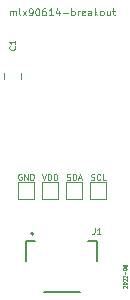
<source format=gbr>
G04 #@! TF.GenerationSoftware,KiCad,Pcbnew,(6.0.7)*
G04 #@! TF.CreationDate,2022-08-12T15:34:28-07:00*
G04 #@! TF.ProjectId,mlx90614-breakout,6d6c7839-3036-4313-942d-627265616b6f,rev?*
G04 #@! TF.SameCoordinates,Original*
G04 #@! TF.FileFunction,Legend,Top*
G04 #@! TF.FilePolarity,Positive*
%FSLAX46Y46*%
G04 Gerber Fmt 4.6, Leading zero omitted, Abs format (unit mm)*
G04 Created by KiCad (PCBNEW (6.0.7)) date 2022-08-12 15:34:28*
%MOMM*%
%LPD*%
G01*
G04 APERTURE LIST*
%ADD10C,0.050000*%
%ADD11C,0.100000*%
%ADD12C,0.075000*%
%ADD13C,0.125000*%
%ADD14C,0.120000*%
%ADD15C,0.203200*%
G04 APERTURE END LIST*
D10*
X116148284Y-82707715D02*
X116133999Y-82693429D01*
X116119713Y-82664858D01*
X116119713Y-82593429D01*
X116133999Y-82564858D01*
X116148284Y-82550572D01*
X116176856Y-82536286D01*
X116205427Y-82536286D01*
X116248284Y-82550572D01*
X116419713Y-82722001D01*
X116419713Y-82536286D01*
X116119713Y-82350572D02*
X116119713Y-82322001D01*
X116133999Y-82293429D01*
X116148284Y-82279143D01*
X116176856Y-82264858D01*
X116233999Y-82250572D01*
X116305427Y-82250572D01*
X116362570Y-82264858D01*
X116391141Y-82279143D01*
X116405427Y-82293429D01*
X116419713Y-82322001D01*
X116419713Y-82350572D01*
X116405427Y-82379143D01*
X116391141Y-82393429D01*
X116362570Y-82407715D01*
X116305427Y-82422001D01*
X116233999Y-82422001D01*
X116176856Y-82407715D01*
X116148284Y-82393429D01*
X116133999Y-82379143D01*
X116119713Y-82350572D01*
X116148284Y-82136286D02*
X116133999Y-82122001D01*
X116119713Y-82093429D01*
X116119713Y-82022001D01*
X116133999Y-81993429D01*
X116148284Y-81979143D01*
X116176856Y-81964858D01*
X116205427Y-81964858D01*
X116248284Y-81979143D01*
X116419713Y-82150572D01*
X116419713Y-81964858D01*
X116148284Y-81850572D02*
X116133999Y-81836286D01*
X116119713Y-81807715D01*
X116119713Y-81736286D01*
X116133999Y-81707715D01*
X116148284Y-81693429D01*
X116176856Y-81679143D01*
X116205427Y-81679143D01*
X116248284Y-81693429D01*
X116419713Y-81864858D01*
X116419713Y-81679143D01*
X116305427Y-81550572D02*
X116305427Y-81322001D01*
X116119713Y-81122001D02*
X116119713Y-81093429D01*
X116133999Y-81064858D01*
X116148284Y-81050572D01*
X116176856Y-81036286D01*
X116233999Y-81022001D01*
X116305427Y-81022001D01*
X116362570Y-81036286D01*
X116391141Y-81050572D01*
X116405427Y-81064858D01*
X116419713Y-81093429D01*
X116419713Y-81122001D01*
X116405427Y-81150572D01*
X116391141Y-81164858D01*
X116362570Y-81179143D01*
X116305427Y-81193429D01*
X116233999Y-81193429D01*
X116176856Y-81179143D01*
X116148284Y-81164858D01*
X116133999Y-81150572D01*
X116119713Y-81122001D01*
X116248284Y-80850572D02*
X116233999Y-80879143D01*
X116219713Y-80893429D01*
X116191141Y-80907715D01*
X116176856Y-80907715D01*
X116148284Y-80893429D01*
X116133999Y-80879143D01*
X116119713Y-80850572D01*
X116119713Y-80793429D01*
X116133999Y-80764858D01*
X116148284Y-80750572D01*
X116176856Y-80736286D01*
X116191141Y-80736286D01*
X116219713Y-80750572D01*
X116233999Y-80764858D01*
X116248284Y-80793429D01*
X116248284Y-80850572D01*
X116262570Y-80879143D01*
X116276856Y-80893429D01*
X116305427Y-80907715D01*
X116362570Y-80907715D01*
X116391141Y-80893429D01*
X116405427Y-80879143D01*
X116419713Y-80850572D01*
X116419713Y-80793429D01*
X116405427Y-80764858D01*
X116391141Y-80750572D01*
X116362570Y-80736286D01*
X116305427Y-80736286D01*
X116276856Y-80750572D01*
X116262570Y-80764858D01*
X116248284Y-80793429D01*
D11*
X106549999Y-59641429D02*
X106549999Y-59241429D01*
X106549999Y-59298572D02*
X106578570Y-59270001D01*
X106635713Y-59241429D01*
X106721427Y-59241429D01*
X106778570Y-59270001D01*
X106807141Y-59327143D01*
X106807141Y-59641429D01*
X106807141Y-59327143D02*
X106835713Y-59270001D01*
X106892856Y-59241429D01*
X106978570Y-59241429D01*
X107035713Y-59270001D01*
X107064284Y-59327143D01*
X107064284Y-59641429D01*
X107435713Y-59641429D02*
X107378570Y-59612858D01*
X107349999Y-59555715D01*
X107349999Y-59041429D01*
X107607141Y-59641429D02*
X107921427Y-59241429D01*
X107607141Y-59241429D02*
X107921427Y-59641429D01*
X108178570Y-59641429D02*
X108292856Y-59641429D01*
X108349999Y-59612858D01*
X108378570Y-59584286D01*
X108435713Y-59498572D01*
X108464284Y-59384286D01*
X108464284Y-59155715D01*
X108435713Y-59098572D01*
X108407141Y-59070001D01*
X108349999Y-59041429D01*
X108235713Y-59041429D01*
X108178570Y-59070001D01*
X108149999Y-59098572D01*
X108121427Y-59155715D01*
X108121427Y-59298572D01*
X108149999Y-59355715D01*
X108178570Y-59384286D01*
X108235713Y-59412858D01*
X108349999Y-59412858D01*
X108407141Y-59384286D01*
X108435713Y-59355715D01*
X108464284Y-59298572D01*
X108835713Y-59041429D02*
X108892856Y-59041429D01*
X108949999Y-59070001D01*
X108978570Y-59098572D01*
X109007141Y-59155715D01*
X109035713Y-59270001D01*
X109035713Y-59412858D01*
X109007141Y-59527143D01*
X108978570Y-59584286D01*
X108949999Y-59612858D01*
X108892856Y-59641429D01*
X108835713Y-59641429D01*
X108778570Y-59612858D01*
X108749999Y-59584286D01*
X108721427Y-59527143D01*
X108692856Y-59412858D01*
X108692856Y-59270001D01*
X108721427Y-59155715D01*
X108749999Y-59098572D01*
X108778570Y-59070001D01*
X108835713Y-59041429D01*
X109549999Y-59041429D02*
X109435713Y-59041429D01*
X109378570Y-59070001D01*
X109349999Y-59098572D01*
X109292856Y-59184286D01*
X109264284Y-59298572D01*
X109264284Y-59527143D01*
X109292856Y-59584286D01*
X109321427Y-59612858D01*
X109378570Y-59641429D01*
X109492856Y-59641429D01*
X109549999Y-59612858D01*
X109578570Y-59584286D01*
X109607141Y-59527143D01*
X109607141Y-59384286D01*
X109578570Y-59327143D01*
X109549999Y-59298572D01*
X109492856Y-59270001D01*
X109378570Y-59270001D01*
X109321427Y-59298572D01*
X109292856Y-59327143D01*
X109264284Y-59384286D01*
X110178570Y-59641429D02*
X109835713Y-59641429D01*
X110007141Y-59641429D02*
X110007141Y-59041429D01*
X109949999Y-59127143D01*
X109892856Y-59184286D01*
X109835713Y-59212858D01*
X110692856Y-59241429D02*
X110692856Y-59641429D01*
X110549999Y-59012858D02*
X110407141Y-59441429D01*
X110778570Y-59441429D01*
X111007141Y-59412858D02*
X111464284Y-59412858D01*
X111749999Y-59641429D02*
X111749999Y-59041429D01*
X111749999Y-59270001D02*
X111807141Y-59241429D01*
X111921427Y-59241429D01*
X111978570Y-59270001D01*
X112007141Y-59298572D01*
X112035713Y-59355715D01*
X112035713Y-59527143D01*
X112007141Y-59584286D01*
X111978570Y-59612858D01*
X111921427Y-59641429D01*
X111807141Y-59641429D01*
X111749999Y-59612858D01*
X112292856Y-59641429D02*
X112292856Y-59241429D01*
X112292856Y-59355715D02*
X112321427Y-59298572D01*
X112349999Y-59270001D01*
X112407141Y-59241429D01*
X112464284Y-59241429D01*
X112892856Y-59612858D02*
X112835713Y-59641429D01*
X112721427Y-59641429D01*
X112664284Y-59612858D01*
X112635713Y-59555715D01*
X112635713Y-59327143D01*
X112664284Y-59270001D01*
X112721427Y-59241429D01*
X112835713Y-59241429D01*
X112892856Y-59270001D01*
X112921427Y-59327143D01*
X112921427Y-59384286D01*
X112635713Y-59441429D01*
X113435713Y-59641429D02*
X113435713Y-59327143D01*
X113407141Y-59270001D01*
X113349999Y-59241429D01*
X113235713Y-59241429D01*
X113178570Y-59270001D01*
X113435713Y-59612858D02*
X113378570Y-59641429D01*
X113235713Y-59641429D01*
X113178570Y-59612858D01*
X113149999Y-59555715D01*
X113149999Y-59498572D01*
X113178570Y-59441429D01*
X113235713Y-59412858D01*
X113378570Y-59412858D01*
X113435713Y-59384286D01*
X113721427Y-59641429D02*
X113721427Y-59041429D01*
X113778570Y-59412858D02*
X113949999Y-59641429D01*
X113949999Y-59241429D02*
X113721427Y-59470001D01*
X114292856Y-59641429D02*
X114235713Y-59612858D01*
X114207141Y-59584286D01*
X114178570Y-59527143D01*
X114178570Y-59355715D01*
X114207141Y-59298572D01*
X114235713Y-59270001D01*
X114292856Y-59241429D01*
X114378570Y-59241429D01*
X114435713Y-59270001D01*
X114464284Y-59298572D01*
X114492856Y-59355715D01*
X114492856Y-59527143D01*
X114464284Y-59584286D01*
X114435713Y-59612858D01*
X114378570Y-59641429D01*
X114292856Y-59641429D01*
X115007141Y-59241429D02*
X115007141Y-59641429D01*
X114749999Y-59241429D02*
X114749999Y-59555715D01*
X114778570Y-59612858D01*
X114835713Y-59641429D01*
X114921427Y-59641429D01*
X114978570Y-59612858D01*
X115007141Y-59584286D01*
X115207141Y-59241429D02*
X115435713Y-59241429D01*
X115292856Y-59041429D02*
X115292856Y-59555715D01*
X115321427Y-59612858D01*
X115378570Y-59641429D01*
X115435713Y-59641429D01*
D12*
X113402760Y-73542381D02*
X113474189Y-73566191D01*
X113593237Y-73566191D01*
X113640856Y-73542381D01*
X113664665Y-73518572D01*
X113688475Y-73470953D01*
X113688475Y-73423334D01*
X113664665Y-73375715D01*
X113640856Y-73351905D01*
X113593237Y-73328096D01*
X113497999Y-73304286D01*
X113450379Y-73280477D01*
X113426570Y-73256667D01*
X113402760Y-73209048D01*
X113402760Y-73161429D01*
X113426570Y-73113810D01*
X113450379Y-73090001D01*
X113497999Y-73066191D01*
X113617046Y-73066191D01*
X113688475Y-73090001D01*
X114188475Y-73518572D02*
X114164665Y-73542381D01*
X114093237Y-73566191D01*
X114045618Y-73566191D01*
X113974189Y-73542381D01*
X113926570Y-73494762D01*
X113902760Y-73447143D01*
X113878951Y-73351905D01*
X113878951Y-73280477D01*
X113902760Y-73185239D01*
X113926570Y-73137620D01*
X113974189Y-73090001D01*
X114045618Y-73066191D01*
X114093237Y-73066191D01*
X114164665Y-73090001D01*
X114188475Y-73113810D01*
X114640856Y-73566191D02*
X114402760Y-73566191D01*
X114402760Y-73066191D01*
X107521046Y-73090001D02*
X107473427Y-73066191D01*
X107401999Y-73066191D01*
X107330570Y-73090001D01*
X107282951Y-73137620D01*
X107259141Y-73185239D01*
X107235332Y-73280477D01*
X107235332Y-73351905D01*
X107259141Y-73447143D01*
X107282951Y-73494762D01*
X107330570Y-73542381D01*
X107401999Y-73566191D01*
X107449618Y-73566191D01*
X107521046Y-73542381D01*
X107544856Y-73518572D01*
X107544856Y-73351905D01*
X107449618Y-73351905D01*
X107759141Y-73566191D02*
X107759141Y-73066191D01*
X108044856Y-73566191D01*
X108044856Y-73066191D01*
X108282951Y-73566191D02*
X108282951Y-73066191D01*
X108401999Y-73066191D01*
X108473427Y-73090001D01*
X108521046Y-73137620D01*
X108544856Y-73185239D01*
X108568665Y-73280477D01*
X108568665Y-73351905D01*
X108544856Y-73447143D01*
X108521046Y-73494762D01*
X108473427Y-73542381D01*
X108401999Y-73566191D01*
X108282951Y-73566191D01*
X113704332Y-77638191D02*
X113704332Y-77995334D01*
X113680522Y-78066762D01*
X113632903Y-78114381D01*
X113561475Y-78138191D01*
X113513856Y-78138191D01*
X114204332Y-78138191D02*
X113918618Y-78138191D01*
X114061475Y-78138191D02*
X114061475Y-77638191D01*
X114013856Y-77709620D01*
X113966237Y-77757239D01*
X113918618Y-77781048D01*
X109267332Y-73066191D02*
X109433999Y-73566191D01*
X109600665Y-73066191D01*
X109767332Y-73566191D02*
X109767332Y-73066191D01*
X109886379Y-73066191D01*
X109957808Y-73090001D01*
X110005427Y-73137620D01*
X110029237Y-73185239D01*
X110053046Y-73280477D01*
X110053046Y-73351905D01*
X110029237Y-73447143D01*
X110005427Y-73494762D01*
X109957808Y-73542381D01*
X109886379Y-73566191D01*
X109767332Y-73566191D01*
X110267332Y-73566191D02*
X110267332Y-73066191D01*
X110386379Y-73066191D01*
X110457808Y-73090001D01*
X110505427Y-73137620D01*
X110529237Y-73185239D01*
X110553046Y-73280477D01*
X110553046Y-73351905D01*
X110529237Y-73447143D01*
X110505427Y-73494762D01*
X110457808Y-73542381D01*
X110386379Y-73566191D01*
X110267332Y-73566191D01*
D13*
X106937570Y-62247334D02*
X106961379Y-62271143D01*
X106985189Y-62342572D01*
X106985189Y-62390191D01*
X106961379Y-62461620D01*
X106913760Y-62509239D01*
X106866141Y-62533048D01*
X106770903Y-62556858D01*
X106699475Y-62556858D01*
X106604237Y-62533048D01*
X106556618Y-62509239D01*
X106508999Y-62461620D01*
X106485189Y-62390191D01*
X106485189Y-62342572D01*
X106508999Y-62271143D01*
X106532808Y-62247334D01*
X106985189Y-61771143D02*
X106985189Y-62056858D01*
X106985189Y-61914001D02*
X106485189Y-61914001D01*
X106556618Y-61961620D01*
X106604237Y-62009239D01*
X106628046Y-62056858D01*
D12*
X111358856Y-73542381D02*
X111430284Y-73566191D01*
X111549332Y-73566191D01*
X111596951Y-73542381D01*
X111620760Y-73518572D01*
X111644570Y-73470953D01*
X111644570Y-73423334D01*
X111620760Y-73375715D01*
X111596951Y-73351905D01*
X111549332Y-73328096D01*
X111454094Y-73304286D01*
X111406475Y-73280477D01*
X111382665Y-73256667D01*
X111358856Y-73209048D01*
X111358856Y-73161429D01*
X111382665Y-73113810D01*
X111406475Y-73090001D01*
X111454094Y-73066191D01*
X111573141Y-73066191D01*
X111644570Y-73090001D01*
X111858856Y-73566191D02*
X111858856Y-73066191D01*
X111977903Y-73066191D01*
X112049332Y-73090001D01*
X112096951Y-73137620D01*
X112120760Y-73185239D01*
X112144570Y-73280477D01*
X112144570Y-73351905D01*
X112120760Y-73447143D01*
X112096951Y-73494762D01*
X112049332Y-73542381D01*
X111977903Y-73566191D01*
X111858856Y-73566191D01*
X112335046Y-73423334D02*
X112573141Y-73423334D01*
X112287427Y-73566191D02*
X112454094Y-73066191D01*
X112620760Y-73566191D01*
D14*
X114697999Y-73783001D02*
X114697999Y-75183001D01*
X114697999Y-75183001D02*
X113297999Y-75183001D01*
X113297999Y-75183001D02*
X113297999Y-73783001D01*
X113297999Y-73783001D02*
X114697999Y-73783001D01*
X108601999Y-75183001D02*
X107201999Y-75183001D01*
X108601999Y-73783001D02*
X108601999Y-75183001D01*
X107201999Y-73783001D02*
X108601999Y-73783001D01*
X107201999Y-75183001D02*
X107201999Y-73783001D01*
D15*
X107943999Y-80428001D02*
X107943999Y-78778001D01*
X107943999Y-78778001D02*
X108693999Y-78778001D01*
X113193999Y-78778001D02*
X113943999Y-78778001D01*
X113943999Y-78778001D02*
X113943999Y-80428001D01*
X109443999Y-83028001D02*
X112443999Y-83028001D01*
X108545599Y-78128001D02*
G75*
G03*
X108545599Y-78128001I-101600J0D01*
G01*
D14*
X110633999Y-73783001D02*
X110633999Y-75183001D01*
X110633999Y-75183001D02*
X109233999Y-75183001D01*
X109233999Y-75183001D02*
X109233999Y-73783001D01*
X109233999Y-73783001D02*
X110633999Y-73783001D01*
X106023997Y-65026254D02*
X106023997Y-64503750D01*
X107493997Y-65026254D02*
X107493997Y-64503750D01*
X112665999Y-75183001D02*
X111265999Y-75183001D01*
X111265999Y-73783001D02*
X112665999Y-73783001D01*
X111265999Y-75183001D02*
X111265999Y-73783001D01*
X112665999Y-73783001D02*
X112665999Y-75183001D01*
M02*

</source>
